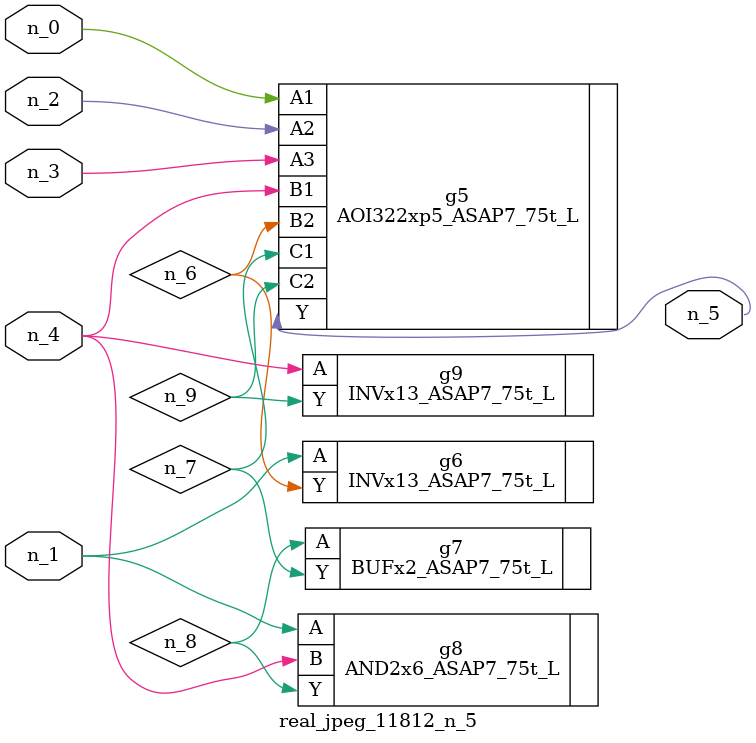
<source format=v>
module real_jpeg_11812_n_5 (n_4, n_0, n_1, n_2, n_3, n_5);

input n_4;
input n_0;
input n_1;
input n_2;
input n_3;

output n_5;

wire n_8;
wire n_6;
wire n_7;
wire n_9;

AOI322xp5_ASAP7_75t_L g5 ( 
.A1(n_0),
.A2(n_2),
.A3(n_3),
.B1(n_4),
.B2(n_6),
.C1(n_7),
.C2(n_9),
.Y(n_5)
);

INVx13_ASAP7_75t_L g6 ( 
.A(n_1),
.Y(n_6)
);

AND2x6_ASAP7_75t_L g8 ( 
.A(n_1),
.B(n_4),
.Y(n_8)
);

INVx13_ASAP7_75t_L g9 ( 
.A(n_4),
.Y(n_9)
);

BUFx2_ASAP7_75t_L g7 ( 
.A(n_8),
.Y(n_7)
);


endmodule
</source>
